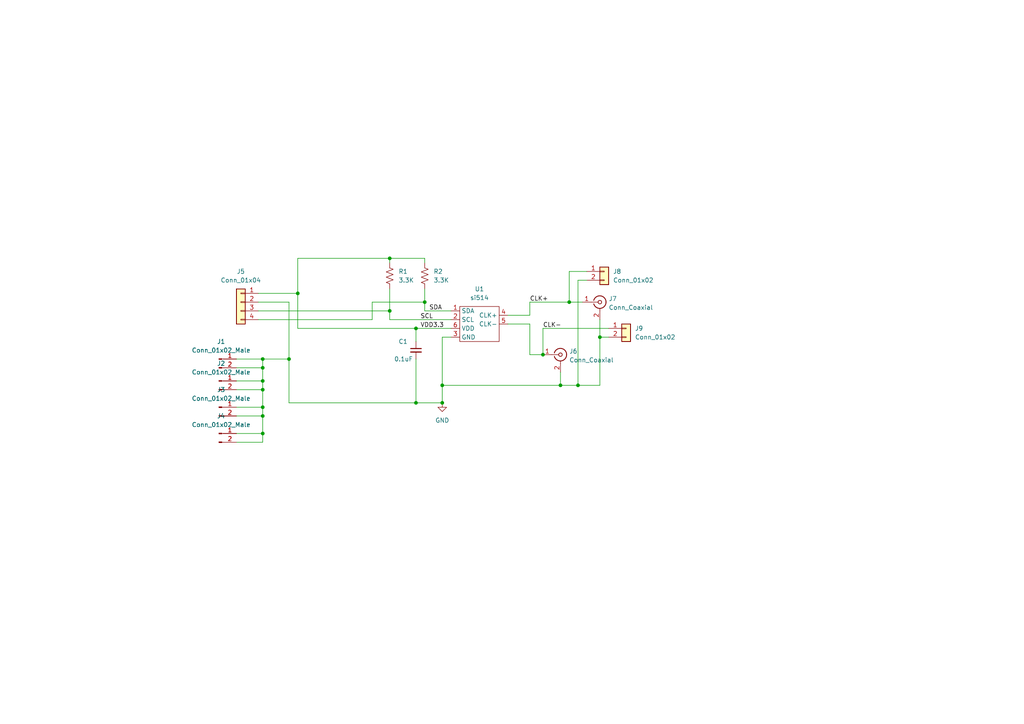
<source format=kicad_sch>
(kicad_sch (version 20211123) (generator eeschema)
  (paper "A4")
  (lib_symbols
    (symbol "Connector:Conn_01x02_Male" (pin_names (offset 1.016) hide)
      (property "Reference" "J" (at 0 2.54 0))
      (property "Value" "Conn_01x02_Male" (at 0 -5.08 0))
      (symbol "Conn_01x02_Male_1_1"
        (polyline (pts (xy 1.27 -2.54) (xy 0.8636 -2.54)) (stroke (width 0.1524)))
        (polyline (pts (xy 1.27 0) (xy 0.8636 0)) (stroke (width 0.1524)))
        (rectangle (start 0.8636 -2.413) (end 0 -2.667) (stroke (width 0.1524)) (fill (type outline)))
        (rectangle (start 0.8636 0.127) (end 0 -0.127) (stroke (width 0.1524)) (fill (type outline)))
        (pin passive line (at 5.08 0 180) (length 3.81) (name "Pin_1") (number "1"))
        (pin passive line (at 5.08 -2.54 180) (length 3.81) (name "Pin_2") (number "2"))
      )
    )
    (symbol "Connector:Conn_Coaxial" (pin_names (offset 1.016) hide)
      (property "Reference" "J" (at 0.254 3.048 0))
      (property "Value" "Conn_Coaxial" (at 2.921 0 90))
      (symbol "Conn_Coaxial_0_1"
        (arc (start -1.778 -0.508) (mid 0.222 -1.808) (end 1.778 0) (stroke (width 0.254)))
        (polyline (pts (xy -2.54 0) (xy -0.508 0)))
        (polyline (pts (xy 0 -2.54) (xy 0 -1.778)))
        (circle (center 0 0) (radius 0.508) (stroke (width 0.2032)))
        (arc (start 1.778 0) (mid 0.222 1.8083) (end -1.778 0.508) (stroke (width 0.254)))
      )
      (symbol "Conn_Coaxial_1_1"
        (pin passive line (at -5.08 0 0) (length 2.54) (name "In") (number "1"))
        (pin passive line (at 0 -5.08 90) (length 2.54) (name "Ext") (number "2"))
      )
    )
    (symbol "Connector_Generic:Conn_01x02" (pin_names (offset 1.016) hide)
      (property "Reference" "J" (at 0 2.54 0))
      (property "Value" "Conn_01x02" (at 0 -5.08 0))
      (symbol "Conn_01x02_1_1"
        (rectangle (start -1.27 -2.413) (end 0 -2.667) (stroke (width 0.1524)))
        (rectangle (start -1.27 0.127) (end 0 -0.127) (stroke (width 0.1524)))
        (rectangle (start -1.27 1.27) (end 1.27 -3.81) (stroke (width 0.254)) (fill (type background)))
        (pin passive line (at -5.08 0 0) (length 3.81) (name "Pin_1") (number "1"))
        (pin passive line (at -5.08 -2.54 0) (length 3.81) (name "Pin_2") (number "2"))
      )
    )
    (symbol "Connector_Generic:Conn_01x04" (pin_names (offset 1.016) hide)
      (property "Reference" "J" (at 0 5.08 0))
      (property "Value" "Conn_01x04" (at 0 -7.62 0))
      (symbol "Conn_01x04_1_1"
        (rectangle (start -1.27 -4.953) (end 0 -5.207) (stroke (width 0.1524)))
        (rectangle (start -1.27 -2.413) (end 0 -2.667) (stroke (width 0.1524)))
        (rectangle (start -1.27 0.127) (end 0 -0.127) (stroke (width 0.1524)))
        (rectangle (start -1.27 2.667) (end 0 2.413) (stroke (width 0.1524)))
        (rectangle (start -1.27 3.81) (end 1.27 -6.35) (stroke (width 0.254)) (fill (type background)))
        (pin passive line (at -5.08 2.54 0) (length 3.81) (name "Pin_1") (number "1"))
        (pin passive line (at -5.08 0 0) (length 3.81) (name "Pin_2") (number "2"))
        (pin passive line (at -5.08 -2.54 0) (length 3.81) (name "Pin_3") (number "3"))
        (pin passive line (at -5.08 -5.08 0) (length 3.81) (name "Pin_4") (number "4"))
      )
    )
    (symbol "Device:C_Small" (pin_numbers hide) (pin_names (offset 0.254) hide)
      (property "Reference" "C" (at 0.254 1.778 0))
      (property "Value" "C_Small" (at 0.254 -2.032 0))
      (symbol "C_Small_0_1"
        (polyline (pts (xy -1.524 -0.508) (xy 1.524 -0.508)) (stroke (width 0.3302)))
        (polyline (pts (xy -1.524 0.508) (xy 1.524 0.508)) (stroke (width 0.3048)))
      )
      (symbol "C_Small_1_1"
        (pin passive line (at 0 2.54 270) (length 2.032) (name "~") (number "1"))
        (pin passive line (at 0 -2.54 90) (length 2.032) (name "~") (number "2"))
      )
    )
    (symbol "Device:R_US" (pin_numbers hide) (pin_names (offset 0))
      (property "Reference" "R" (at 2.54 0 90))
      (property "Value" "R_US" (at -2.54 0 90))
      (symbol "R_US_0_1"
        (polyline (pts (xy 0 -2.286) (xy 0 -2.54)))
        (polyline (pts (xy 0 2.286) (xy 0 2.54)))
        (polyline (pts (xy 0 -0.762) (xy 1.016 -1.143) (xy 0 -1.524) (xy -1.016 -1.905) (xy 0 -2.286)))
        (polyline (pts (xy 0 0.762) (xy 1.016 0.381) (xy 0 0) (xy -1.016 -0.381) (xy 0 -0.762)))
        (polyline (pts (xy 0 2.286) (xy 1.016 1.905) (xy 0 1.524) (xy -1.016 1.143) (xy 0 0.762)))
      )
      (symbol "R_US_1_1"
        (pin passive line (at 0 3.81 270) (length 1.27) (name "~") (number "1"))
        (pin passive line (at 0 -3.81 90) (length 1.27) (name "~") (number "2"))
      )
    )
    (symbol "power:GND" (power) (pin_names (offset 0))
      (property "Value" "GND" (at 0 -3.81 0))
      (symbol "GND_0_1"
        (polyline (pts (xy 0 0) (xy 0 -1.27) (xy 1.27 -1.27) (xy 0 -2.54) (xy -1.27 -1.27) (xy 0 -1.27)))
      )
      (symbol "GND_1_1"
        (pin power_in line (at 0 0 270) (length 0) hide (name "GND") (number "1"))
      )
    )
    (symbol "si514_Library:si514"
      (property "Reference" "U" (at -3.81 6.35 0))
      (property "Value" "si514" (at 3.81 -6.35 0))
      (symbol "si514_0_1"
        (rectangle (start -5.08 5.08) (end 6.35 -5.08))
      )
      (symbol "si514_1_1"
        (pin bidirectional line (at -7.62 3.81 0) (length 2.54) (name "SDA") (number "1"))
        (pin input line (at -7.62 1.27 0) (length 2.54) (name "SCL") (number "2"))
        (pin input line (at -7.62 -3.81 0) (length 2.54) (name "GND") (number "3"))
        (pin output line (at 8.89 2.54 180) (length 2.54) (name "CLK+") (number "4"))
        (pin output line (at 8.89 0 180) (length 2.54) (name "CLK-") (number "5"))
        (pin power_in line (at -7.62 -1.27 0) (length 2.54) (name "VDD") (number "6"))
      )
    )
  )
  (junction (at 173.99 97.79))
  (junction (at 128.27 111.76))
  (junction (at 167.64 111.76))
  (junction (at 128.27 116.84))
  (junction (at 113.03 74.93))
  (junction (at 76.2 118.11))
  (junction (at 120.65 116.84))
  (junction (at 123.19 87.63))
  (junction (at 83.82 104.14))
  (junction (at 113.03 90.17))
  (junction (at 76.2 110.49))
  (junction (at 86.36 85.09))
  (junction (at 76.2 113.03))
  (junction (at 120.65 95.25))
  (junction (at 157.48 102.87))
  (junction (at 76.2 104.14))
  (junction (at 165.1 87.63))
  (junction (at 76.2 120.65))
  (junction (at 162.56 111.76))
  (junction (at 76.2 106.68))
  (junction (at 76.2 125.73))
  (wire (pts (xy 74.93 90.17) (xy 113.03 90.17)))
  (wire (pts (xy 170.18 81.28) (xy 167.64 81.28)))
  (wire (pts (xy 120.65 104.14) (xy 120.65 116.84)))
  (wire (pts (xy 176.53 95.25) (xy 157.48 95.25)))
  (wire (pts (xy 76.2 120.65) (xy 76.2 118.11)))
  (wire (pts (xy 113.03 90.17) (xy 113.03 92.71)))
  (wire (pts (xy 153.67 93.98) (xy 153.67 102.87)))
  (wire (pts (xy 76.2 113.03) (xy 76.2 110.49)))
  (wire (pts (xy 76.2 125.73) (xy 76.2 128.27)))
  (wire (pts (xy 128.27 97.79) (xy 130.81 97.79)))
  (wire (pts (xy 76.2 110.49) (xy 76.2 106.68)))
  (wire (pts (xy 165.1 87.63) (xy 168.91 87.63)))
  (wire (pts (xy 68.58 120.65) (xy 76.2 120.65)))
  (wire (pts (xy 123.19 74.93) (xy 113.03 74.93)))
  (wire (pts (xy 153.67 87.63) (xy 165.1 87.63)))
  (wire (pts (xy 147.32 91.44) (xy 153.67 91.44)))
  (wire (pts (xy 162.56 107.95) (xy 162.56 111.76)))
  (wire (pts (xy 147.32 93.98) (xy 153.67 93.98)))
  (wire (pts (xy 120.65 95.25) (xy 130.81 95.25)))
  (wire (pts (xy 68.58 104.14) (xy 76.2 104.14)))
  (wire (pts (xy 167.64 81.28) (xy 167.64 111.76)))
  (wire (pts (xy 86.36 95.25) (xy 120.65 95.25)))
  (wire (pts (xy 123.19 90.17) (xy 130.81 90.17)))
  (wire (pts (xy 128.27 111.76) (xy 162.56 111.76)))
  (wire (pts (xy 68.58 106.68) (xy 76.2 106.68)))
  (wire (pts (xy 86.36 85.09) (xy 74.93 85.09)))
  (wire (pts (xy 68.58 128.27) (xy 76.2 128.27)))
  (wire (pts (xy 83.82 87.63) (xy 83.82 104.14)))
  (wire (pts (xy 68.58 113.03) (xy 76.2 113.03)))
  (wire (pts (xy 162.56 111.76) (xy 167.64 111.76)))
  (wire (pts (xy 173.99 97.79) (xy 173.99 111.76)))
  (wire (pts (xy 113.03 74.93) (xy 113.03 76.2)))
  (wire (pts (xy 76.2 118.11) (xy 76.2 113.03)))
  (wire (pts (xy 68.58 118.11) (xy 76.2 118.11)))
  (wire (pts (xy 123.19 83.82) (xy 123.19 87.63)))
  (wire (pts (xy 113.03 83.82) (xy 113.03 90.17)))
  (wire (pts (xy 83.82 116.84) (xy 120.65 116.84)))
  (wire (pts (xy 165.1 78.74) (xy 165.1 87.63)))
  (wire (pts (xy 128.27 116.84) (xy 128.27 111.76)))
  (wire (pts (xy 74.93 87.63) (xy 83.82 87.63)))
  (wire (pts (xy 86.36 74.93) (xy 86.36 85.09)))
  (wire (pts (xy 113.03 92.71) (xy 130.81 92.71)))
  (wire (pts (xy 76.2 106.68) (xy 76.2 104.14)))
  (wire (pts (xy 68.58 125.73) (xy 76.2 125.73)))
  (wire (pts (xy 107.95 92.71) (xy 107.95 87.63)))
  (wire (pts (xy 74.93 92.71) (xy 107.95 92.71)))
  (wire (pts (xy 128.27 111.76) (xy 128.27 97.79)))
  (wire (pts (xy 107.95 87.63) (xy 123.19 87.63)))
  (wire (pts (xy 76.2 104.14) (xy 83.82 104.14)))
  (wire (pts (xy 120.65 99.06) (xy 120.65 95.25)))
  (wire (pts (xy 153.67 102.87) (xy 157.48 102.87)))
  (wire (pts (xy 153.67 91.44) (xy 153.67 87.63)))
  (wire (pts (xy 173.99 97.79) (xy 176.53 97.79)))
  (wire (pts (xy 123.19 76.2) (xy 123.19 74.93)))
  (wire (pts (xy 170.18 78.74) (xy 165.1 78.74)))
  (wire (pts (xy 86.36 85.09) (xy 86.36 95.25)))
  (wire (pts (xy 83.82 104.14) (xy 83.82 116.84)))
  (wire (pts (xy 173.99 92.71) (xy 173.99 97.79)))
  (wire (pts (xy 167.64 111.76) (xy 173.99 111.76)))
  (wire (pts (xy 68.58 110.49) (xy 76.2 110.49)))
  (wire (pts (xy 76.2 120.65) (xy 76.2 125.73)))
  (wire (pts (xy 113.03 74.93) (xy 86.36 74.93)))
  (wire (pts (xy 157.48 95.25) (xy 157.48 102.87)))
  (wire (pts (xy 123.19 87.63) (xy 123.19 90.17)))
  (wire (pts (xy 120.65 116.84) (xy 128.27 116.84)))
  (label "VDD3.3" (at 121.92 95.25 0))
  (label "CLK-" (at 157.48 95.25 0))
  (label "CLK+" (at 153.67 87.63 0))
  (label "SCL" (at 121.92 92.71 0))
  (label "SDA" (at 124.46 90.17 0))
  (symbol (lib_id "Device:R_US") (at 113.03 80.01 0) (unit 1)
    (property "Reference" "R1" (at 115.57 78.7399 0) (effects (justify left)))
    (property "Value" "3.3K" (at 115.57 81.2799 0) (effects (justify left)))
    (property "Footprint" "Resistor_SMD:R_0603_1608Metric_Pad0.98x0.95mm_HandSolder" (effects hide))
  )
  (symbol (lib_id "Connector:Conn_01x02_Male") (at 63.5 104.14 0) (unit 1)
    (property "Reference" "J1" (at 64.135 99.06 0))
    (property "Value" "Conn_01x02_Male" (at 64.135 101.6 0))
    (property "Footprint" "Connector_PinHeader_2.54mm:PinHeader_1x02_P2.54mm_Vertical" (effects hide))
  )
  (symbol (lib_id "Connector:Conn_01x02_Male") (at 63.5 125.73 0) (unit 1)
    (property "Reference" "J4" (at 64.135 120.65 0))
    (property "Value" "Conn_01x02_Male" (at 64.135 123.19 0))
    (property "Footprint" "Connector_PinHeader_2.54mm:PinHeader_1x02_P2.54mm_Vertical" (effects hide))
  )
  (symbol (lib_id "si514_Library:si514") (at 138.43 93.98 0) (unit 1)
    (property "Reference" "U1" (at 139.065 83.82 0))
    (property "Value" "si514" (at 139.065 86.36 0))
    (property "Footprint" "si514_Library:si514_3.2x5" (effects hide))
  )
  (symbol (lib_id "Connector:Conn_Coaxial") (at 173.99 87.63 0) (unit 1)
    (property "Reference" "J7" (at 176.53 86.6531 0) (effects (justify left)))
    (property "Value" "Conn_Coaxial" (at 176.53 89.1931 0) (effects (justify left)))
    (property "Footprint" "Connector_Coaxial:SMA_Samtec_SMA-J-P-X-ST-EM1_EdgeMount" (effects hide))
    (property "Datasheet" " ~" (effects hide))
  )
  (symbol (lib_id "Device:C_Small") (at 120.65 101.6 0) (unit 1)
    (property "Reference" "C1" (at 115.57 99.06 0) (effects (justify left)))
    (property "Value" "0.1uF" (at 114.3 104.14 0) (effects (justify left)))
    (property "Footprint" "Capacitor_SMD:C_0603_1608Metric_Pad1.08x0.95mm_HandSolder" (effects hide))
  )
  (symbol (lib_id "Connector_Generic:Conn_01x02") (at 181.61 95.25 0) (unit 1)
    (property "Reference" "J9" (at 184.15 95.2499 0) (effects (justify left)))
    (property "Value" "Conn_01x02" (at 184.15 97.7899 0) (effects (justify left)))
    (property "Footprint" "Connector_PinHeader_2.54mm:PinHeader_1x02_P2.54mm_Vertical" (effects hide))
  )
  (symbol (lib_id "power:GND") (at 128.27 116.84 0) (unit 1)
    (property "Reference" "#PWR01" (effects hide))
    (property "Value" "GND" (at 128.27 121.92 0))
  )
  (symbol (lib_id "Connector:Conn_01x02_Male") (at 63.5 118.11 0) (unit 1)
    (property "Reference" "J3" (at 64.135 113.03 0))
    (property "Value" "Conn_01x02_Male" (at 64.135 115.57 0))
    (property "Footprint" "Connector_PinHeader_2.54mm:PinHeader_1x02_P2.54mm_Vertical" (effects hide))
  )
  (symbol (lib_id "Connector_Generic:Conn_01x02") (at 175.26 78.74 0) (unit 1)
    (property "Reference" "J8" (at 177.8 78.7399 0) (effects (justify left)))
    (property "Value" "Conn_01x02" (at 177.8 81.2799 0) (effects (justify left)))
    (property "Footprint" "Connector_PinHeader_2.54mm:PinHeader_1x02_P2.54mm_Vertical" (effects hide))
  )
  (symbol (lib_id "Connector:Conn_Coaxial") (at 162.56 102.87 0) (unit 1)
    (property "Reference" "J6" (at 165.1 101.8931 0) (effects (justify left)))
    (property "Value" "Conn_Coaxial" (at 165.1 104.4331 0) (effects (justify left)))
    (property "Footprint" "Connector_Coaxial:SMA_Samtec_SMA-J-P-X-ST-EM1_EdgeMount" (effects hide))
    (property "Datasheet" " ~" (effects hide))
  )
  (symbol (lib_id "Device:R_US") (at 123.19 80.01 0) (unit 1)
    (property "Reference" "R2" (at 125.73 78.7399 0) (effects (justify left)))
    (property "Value" "3.3K" (at 125.73 81.2799 0) (effects (justify left)))
    (property "Footprint" "Resistor_SMD:R_0603_1608Metric_Pad0.98x0.95mm_HandSolder" (effects hide))
  )
  (symbol (lib_id "Connector_Generic:Conn_01x04") (at 69.85 87.63 0) (mirror y) (unit 1)
    (property "Reference" "J5" (at 69.85 78.74 0))
    (property "Value" "Conn_01x04" (at 69.85 81.28 0))
    (property "Footprint" "Connector_PinHeader_2.54mm:PinHeader_1x04_P2.54mm_Vertical" (effects hide))
  )
  (symbol (lib_id "Connector:Conn_01x02_Male") (at 63.5 110.49 0) (unit 1)
    (property "Reference" "J2" (at 64.135 105.41 0))
    (property "Value" "Conn_01x02_Male" (at 64.135 107.95 0))
    (property "Footprint" "Connector_PinHeader_2.54mm:PinHeader_1x02_P2.54mm_Vertical" (effects hide))
  )
)
</source>
